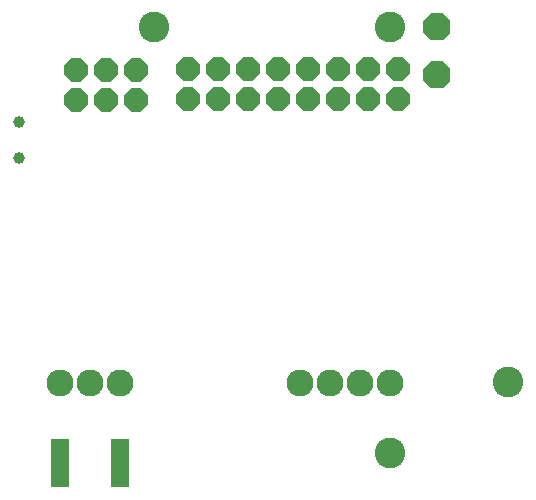
<source format=gbs>
G75*
G70*
%OFA0B0*%
%FSLAX24Y24*%
%IPPOS*%
%LPD*%
%AMOC8*
5,1,8,0,0,1.08239X$1,22.5*
%
%ADD10C,0.1024*%
%ADD11R,0.0640X0.1640*%
%ADD12OC8,0.0780*%
%ADD13C,0.0900*%
%ADD14C,0.0394*%
%ADD15OC8,0.0900*%
D10*
X013602Y001963D03*
X017539Y004326D03*
X013602Y016137D03*
X005728Y016137D03*
D11*
X002617Y001599D03*
X004617Y001599D03*
D12*
X004129Y013726D03*
X003129Y013726D03*
X003129Y014726D03*
X004129Y014726D03*
X005129Y014726D03*
X005129Y013726D03*
X006877Y013738D03*
X007877Y013738D03*
X008877Y013738D03*
X008877Y014738D03*
X007877Y014738D03*
X006877Y014738D03*
X009877Y014738D03*
X010877Y014738D03*
X011877Y014738D03*
X012877Y014738D03*
X013877Y014738D03*
X013877Y013738D03*
X012877Y013738D03*
X011877Y013738D03*
X010877Y013738D03*
X009877Y013738D03*
D13*
X010617Y004285D03*
X011617Y004285D03*
X012617Y004285D03*
X013617Y004285D03*
X004617Y004285D03*
X003617Y004285D03*
X002617Y004285D03*
D14*
X001227Y011785D03*
X001227Y012966D03*
D15*
X015177Y014562D03*
X015177Y016137D03*
M02*

</source>
